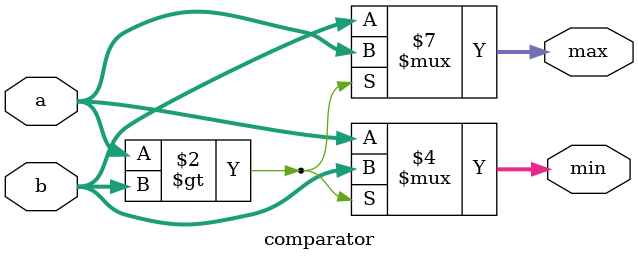
<source format=v>
module comparator #(
    parameter DATA_WIDTH = 16
)(
    input   [DATA_WIDTH - 1:0]   a  ,  
    input   [DATA_WIDTH - 1:0]   b  ,  
    output  reg [DATA_WIDTH - 1:0]   min,  
    output  reg [DATA_WIDTH - 1:0]   max  
);

///////////////////////////////
//	Write Your Design Here ~ //
///////////////////////////////
always @(*) begin
    if(a>b)begin
        max = a;
        min = b;
    end
    else begin
        max = b;
        min = a;
    end
end
endmodule

</source>
